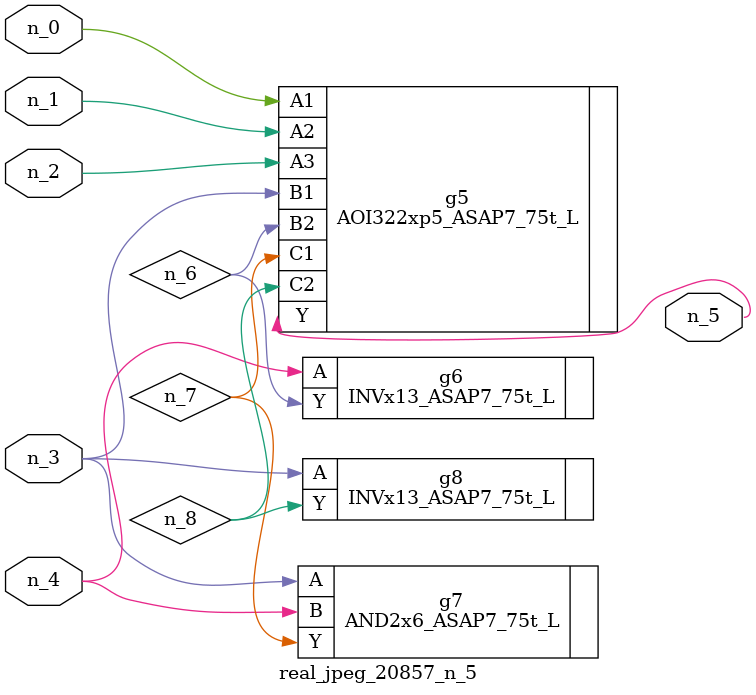
<source format=v>
module real_jpeg_20857_n_5 (n_4, n_0, n_1, n_2, n_3, n_5);

input n_4;
input n_0;
input n_1;
input n_2;
input n_3;

output n_5;

wire n_8;
wire n_6;
wire n_7;

AOI322xp5_ASAP7_75t_L g5 ( 
.A1(n_0),
.A2(n_1),
.A3(n_2),
.B1(n_3),
.B2(n_6),
.C1(n_7),
.C2(n_8),
.Y(n_5)
);

AND2x6_ASAP7_75t_L g7 ( 
.A(n_3),
.B(n_4),
.Y(n_7)
);

INVx13_ASAP7_75t_L g8 ( 
.A(n_3),
.Y(n_8)
);

INVx13_ASAP7_75t_L g6 ( 
.A(n_4),
.Y(n_6)
);


endmodule
</source>
